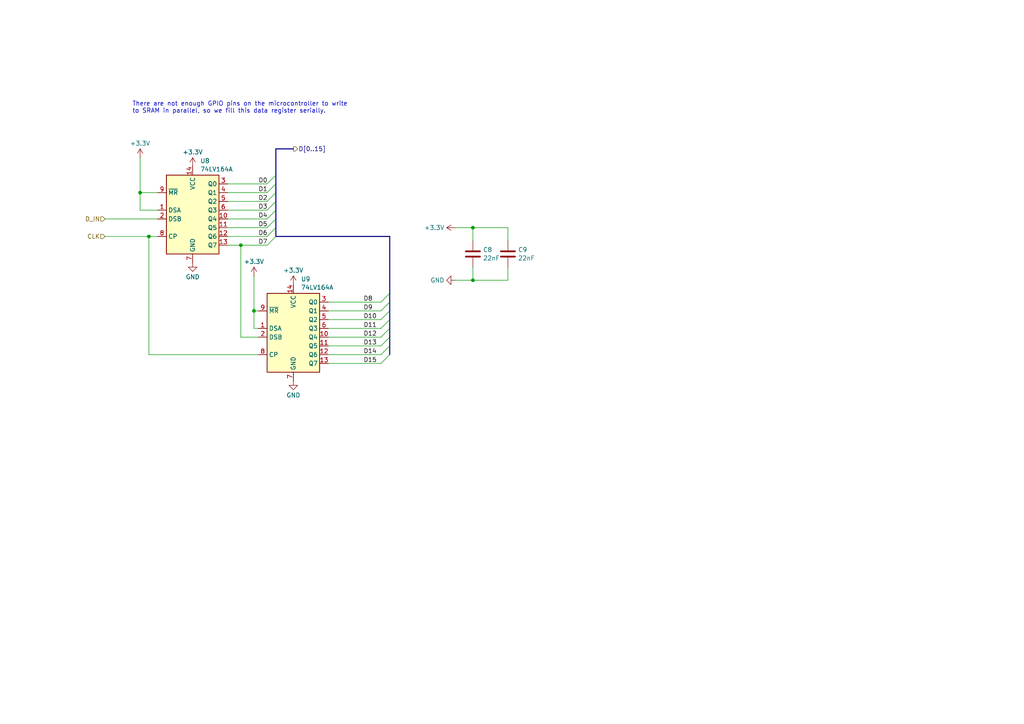
<source format=kicad_sch>
(kicad_sch (version 20250114) (generator "eeschema") (generator_version "9.0")
  (paper "A4")
  (title_block (title "Kinetoscope SRAM Data Register"))
  (lib_symbols
    (symbol "74xx:74HC164"
      (property "Reference" "U" (at 1.905 -13.97 0))
      (property "Value" "74HC164" (at 1.905 -16.51 0))
      (symbol "74HC164_0_1"
        (rectangle (start 7.62 10.16) (end -7.62 -12.7) (stroke (width 0.254)) (fill (type background)))
      )
      (symbol "74HC164_1_1"
        (pin input line (at -10.16 5.08 0) (length 2.54) (name "~{MR}") (number "9"))
        (pin input line (at -10.16 0 0) (length 2.54) (name "DSA") (number "1"))
        (pin input line (at -10.16 -2.54 0) (length 2.54) (name "DSB") (number "2"))
        (pin input line (at -10.16 -7.62 0) (length 2.54) (name "CP") (number "8"))
        (pin power_in line (at 0 12.7 270) (length 2.54) (name "VCC") (number "14"))
        (pin power_in line (at 0 -15.24 90) (length 2.54) (name "GND") (number "7"))
        (pin output line (at 10.16 7.62 180) (length 2.54) (name "Q0") (number "3"))
        (pin output line (at 10.16 5.08 180) (length 2.54) (name "Q1") (number "4"))
        (pin output line (at 10.16 2.54 180) (length 2.54) (name "Q2") (number "5"))
        (pin output line (at 10.16 0 180) (length 2.54) (name "Q3") (number "6"))
        (pin output line (at 10.16 -2.54 180) (length 2.54) (name "Q4") (number "10"))
        (pin output line (at 10.16 -5.08 180) (length 2.54) (name "Q5") (number "11"))
        (pin output line (at 10.16 -7.62 180) (length 2.54) (name "Q6") (number "12"))
        (pin output line (at 10.16 -10.16 180) (length 2.54) (name "Q7") (number "13"))
      )
    )
    (symbol "Device:C" (pin_numbers (hide yes)) (pin_names (offset 0.254))
      (property "Reference" "C" (at 0.635 2.54 0))
      (property "Value" "C" (at 0.635 -2.54 0))
      (symbol "C_0_1"
        (polyline (pts (xy -2.032 0.762) (xy 2.032 0.762)) (stroke (width 0.508)))
        (polyline (pts (xy -2.032 -0.762) (xy 2.032 -0.762)) (stroke (width 0.508)))
      )
      (symbol "C_1_1"
        (pin passive line (at 0 3.81 270) (length 2.794) (name "~") (number "1"))
        (pin passive line (at 0 -3.81 90) (length 2.794) (name "~") (number "2"))
      )
    )
    (symbol "power:+3.3V" (power) (pin_numbers (hide yes)) (pin_names (offset 0) (hide yes))
      (property "Value" "+3.3V" (at 0 3.556 0))
      (symbol "+3.3V_0_1"
        (polyline (pts (xy -0.762 1.27) (xy 0 2.54)))
        (polyline (pts (xy 0 2.54) (xy 0.762 1.27)))
        (polyline (pts (xy 0 0) (xy 0 2.54)))
      )
      (symbol "+3.3V_1_1"
        (pin power_in line (at 0 0 90) (length 0) (name "~") (number "1"))
      )
    )
    (symbol "power:GND" (power) (pin_numbers (hide yes)) (pin_names (offset 0) (hide yes))
      (property "Value" "GND" (at 0 -3.81 0))
      (symbol "GND_0_1"
        (polyline (pts (xy 0 0) (xy 0 -1.27) (xy 1.27 -1.27) (xy 0 -2.54) (xy -1.27 -1.27) (xy 0 -1.27)))
      )
      (symbol "GND_1_1"
        (pin power_in line (at 0 0 270) (length 0) (name "~") (number "1"))
      )
    )
  )
  (text "There are not enough GPIO pins on the microcontroller to write\nto SRAM in parallel, so we fill this data register serially." (at 38.354 31.242 0) (effects (font (size 1.27 1.27)) (justify left)))
  (junction (at 40.64 55.88))
  (junction (at 73.66 90.17))
  (junction (at 43.18 68.58))
  (junction (at 137.16 81.28))
  (junction (at 137.16 66.04))
  (junction (at 69.85 71.12))
  (bus_entry (at 80.01 55.88) (size -2.54 2.54))
  (bus_entry (at 80.01 50.8) (size -2.54 2.54))
  (bus_entry (at 80.01 63.5) (size -2.54 2.54))
  (bus_entry (at 113.03 87.63) (size -2.54 2.54))
  (bus_entry (at 113.03 92.71) (size -2.54 2.54))
  (bus_entry (at 80.01 58.42) (size -2.54 2.54))
  (bus_entry (at 113.03 95.25) (size -2.54 2.54))
  (bus_entry (at 80.01 68.58) (size -2.54 2.54))
  (bus_entry (at 113.03 97.79) (size -2.54 2.54))
  (bus_entry (at 80.01 53.34) (size -2.54 2.54))
  (bus_entry (at 113.03 90.17) (size -2.54 2.54))
  (bus_entry (at 80.01 60.96) (size -2.54 2.54))
  (bus_entry (at 113.03 102.87) (size -2.54 2.54))
  (bus_entry (at 113.03 85.09) (size -2.54 2.54))
  (bus_entry (at 113.03 100.33) (size -2.54 2.54))
  (bus_entry (at 80.01 66.04) (size -2.54 2.54))
  (bus (pts (xy 80.01 43.18) (xy 80.01 50.8)))
  (wire (pts (xy 95.25 102.87) (xy 110.49 102.87)))
  (wire (pts (xy 147.32 77.47) (xy 147.32 81.28)))
  (bus (pts (xy 80.01 50.8) (xy 80.01 53.34)))
  (wire (pts (xy 73.66 95.25) (xy 73.66 90.17)))
  (bus (pts (xy 80.01 55.88) (xy 80.01 58.42)))
  (wire (pts (xy 66.04 68.58) (xy 77.47 68.58)))
  (bus (pts (xy 80.01 68.58) (xy 113.03 68.58)))
  (bus (pts (xy 80.01 53.34) (xy 80.01 55.88)))
  (wire (pts (xy 74.93 95.25) (xy 73.66 95.25)))
  (wire (pts (xy 66.04 66.04) (xy 77.47 66.04)))
  (bus (pts (xy 80.01 60.96) (xy 80.01 63.5)))
  (wire (pts (xy 95.25 97.79) (xy 110.49 97.79)))
  (wire (pts (xy 40.64 60.96) (xy 45.72 60.96)))
  (wire (pts (xy 132.08 66.04) (xy 137.16 66.04)))
  (bus (pts (xy 113.03 95.25) (xy 113.03 97.79)))
  (wire (pts (xy 95.25 90.17) (xy 110.49 90.17)))
  (wire (pts (xy 73.66 90.17) (xy 74.93 90.17)))
  (wire (pts (xy 95.25 95.25) (xy 110.49 95.25)))
  (wire (pts (xy 95.25 105.41) (xy 110.49 105.41)))
  (wire (pts (xy 66.04 58.42) (xy 77.47 58.42)))
  (wire (pts (xy 66.04 71.12) (xy 69.85 71.12)))
  (wire (pts (xy 74.93 102.87) (xy 43.18 102.87)))
  (wire (pts (xy 40.64 55.88) (xy 45.72 55.88)))
  (wire (pts (xy 73.66 90.17) (xy 73.66 80.01)))
  (wire (pts (xy 43.18 68.58) (xy 45.72 68.58)))
  (wire (pts (xy 137.16 66.04) (xy 147.32 66.04)))
  (bus (pts (xy 113.03 87.63) (xy 113.03 90.17)))
  (wire (pts (xy 40.64 55.88) (xy 40.64 60.96)))
  (wire (pts (xy 30.48 68.58) (xy 43.18 68.58)))
  (bus (pts (xy 113.03 100.33) (xy 113.03 102.87)))
  (wire (pts (xy 137.16 66.04) (xy 137.16 69.85)))
  (wire (pts (xy 95.25 92.71) (xy 110.49 92.71)))
  (bus (pts (xy 113.03 68.58) (xy 113.03 85.09)))
  (bus (pts (xy 113.03 92.71) (xy 113.03 95.25)))
  (wire (pts (xy 66.04 55.88) (xy 77.47 55.88)))
  (bus (pts (xy 80.01 58.42) (xy 80.01 60.96)))
  (wire (pts (xy 95.25 87.63) (xy 110.49 87.63)))
  (bus (pts (xy 85.09 43.18) (xy 80.01 43.18)))
  (bus (pts (xy 113.03 90.17) (xy 113.03 92.71)))
  (wire (pts (xy 147.32 66.04) (xy 147.32 69.85)))
  (bus (pts (xy 113.03 85.09) (xy 113.03 87.63)))
  (wire (pts (xy 40.64 45.72) (xy 40.64 55.88)))
  (bus (pts (xy 80.01 66.04) (xy 80.01 68.58)))
  (wire (pts (xy 69.85 71.12) (xy 77.47 71.12)))
  (wire (pts (xy 74.93 97.79) (xy 69.85 97.79)))
  (wire (pts (xy 43.18 102.87) (xy 43.18 68.58)))
  (wire (pts (xy 137.16 77.47) (xy 137.16 81.28)))
  (bus (pts (xy 113.03 97.79) (xy 113.03 100.33)))
  (wire (pts (xy 95.25 100.33) (xy 110.49 100.33)))
  (wire (pts (xy 30.48 63.5) (xy 45.72 63.5)))
  (wire (pts (xy 66.04 53.34) (xy 77.47 53.34)))
  (wire (pts (xy 66.04 63.5) (xy 77.47 63.5)))
  (wire (pts (xy 69.85 71.12) (xy 69.85 97.79)))
  (bus (pts (xy 80.01 63.5) (xy 80.01 66.04)))
  (wire (pts (xy 132.08 81.28) (xy 137.16 81.28)))
  (wire (pts (xy 66.04 60.96) (xy 77.47 60.96)))
  (wire (pts (xy 137.16 81.28) (xy 147.32 81.28)))
  (label "D3" (at 74.93 60.96 0))
  (label "D0" (at 74.93 53.34 0))
  (label "D4" (at 74.93 63.5 0))
  (label "D8" (at 105.41 87.63 0))
  (label "D5" (at 74.93 66.04 0))
  (label "D6" (at 74.93 68.58 0))
  (label "D9" (at 105.41 90.17 0))
  (label "D10" (at 105.41 92.71 0))
  (label "D14" (at 105.41 102.87 0))
  (label "D15" (at 105.41 105.41 0))
  (label "D12" (at 105.41 97.79 0))
  (label "D7" (at 74.93 71.12 0))
  (label "D11" (at 105.41 95.25 0))
  (label "D1" (at 74.93 55.88 0))
  (label "D2" (at 74.93 58.42 0))
  (label "D13" (at 105.41 100.33 0))
  (hierarchical_label "D[0..15]" (shape output) (at 85.09 43.18 0))
  (hierarchical_label "D_IN" (shape input) (at 30.48 63.5 180))
  (hierarchical_label "CLK" (shape input) (at 30.48 68.58 180))
  (symbol (lib_id "Device:C") (at 147.32 73.66 0) (unit 1)
    (property "Reference" "C9" (at 150.241 72.4478 0) (effects (justify left)))
    (property "Value" "22nF" (at 150.241 74.8721 0) (effects (justify left)))
    (property "Footprint" "Capacitor_SMD:C_0603_1608Metric" (effects (hide yes)))
    (property "Datasheet" "https://www.mouser.com/datasheet/2/585/MLCC-1837944.pdf" (effects (hide yes)))
    (property "Description" "Unpolarized capacitor" (effects (hide yes)))
    (property "Mouser Part Number" "187-CL10B223KB8NNNC" (effects (hide yes)))
    (property "Part Number" "CL10B223KB8NNNC" (effects (hide yes)))
    (property "JLCPCB Part Number" "C21122" (effects (hide yes)))
  )
  (symbol (lib_id "power:+3.3V") (at 85.09 82.55 0) (unit 1)
    (property "Reference" "#PWR051" (effects (hide yes)))
    (property "Value" "+3.3V" (at 85.09 78.4169 0))
    (property "Description" "Power symbol creates a global label with name \"+3.3V\"" (effects (hide yes)))
  )
  (symbol (lib_id "power:+3.3V") (at 73.66 80.01 0) (unit 1)
    (property "Reference" "#PWR049" (effects (hide yes)))
    (property "Value" "+3.3V" (at 73.66 75.8769 0))
    (property "Description" "Power symbol creates a global label with name \"+3.3V\"" (effects (hide yes)))
  )
  (symbol (lib_id "power:+3.3V") (at 40.64 45.72 0) (unit 1)
    (property "Reference" "#PWR050" (effects (hide yes)))
    (property "Value" "+3.3V" (at 40.64 41.5869 0))
    (property "Description" "Power symbol creates a global label with name \"+3.3V\"" (effects (hide yes)))
  )
  (symbol (lib_id "power:GND") (at 132.08 81.28 270) (unit 1)
    (property "Reference" "#PWR0118" (effects (hide yes)))
    (property "Value" "GND" (at 128.9051 81.28 90) (effects (justify right)))
    (property "Description" "Power symbol creates a global label with name \"GND\" , ground" (effects (hide yes)))
  )
  (symbol (lib_id "power:+3.3V") (at 132.08 66.04 90) (unit 1)
    (property "Reference" "#PWR052" (effects (hide yes)))
    (property "Value" "+3.3V" (at 128.905 66.04 90) (effects (justify left)))
    (property "Description" "Power symbol creates a global label with name \"+3.3V\"" (effects (hide yes)))
  )
  (symbol (lib_id "Device:C") (at 137.16 73.66 0) (unit 1)
    (property "Reference" "C8" (at 140.081 72.4478 0) (effects (justify left)))
    (property "Value" "22nF" (at 140.081 74.8721 0) (effects (justify left)))
    (property "Footprint" "Capacitor_SMD:C_0603_1608Metric" (effects (hide yes)))
    (property "Datasheet" "https://www.mouser.com/datasheet/2/585/MLCC-1837944.pdf" (effects (hide yes)))
    (property "Description" "Unpolarized capacitor" (effects (hide yes)))
    (property "Mouser Part Number" "187-CL10B223KB8NNNC" (effects (hide yes)))
    (property "Part Number" "CL10B223KB8NNNC" (effects (hide yes)))
    (property "JLCPCB Part Number" "C21122" (effects (hide yes)))
  )
  (symbol (lib_id "power:GND") (at 55.88 76.2 0) (unit 1)
    (property "Reference" "#PWR053" (effects (hide yes)))
    (property "Value" "GND" (at 55.88 80.3331 0))
    (property "Description" "Power symbol creates a global label with name \"GND\" , ground" (effects (hide yes)))
  )
  (symbol (lib_id "power:+3.3V") (at 55.88 48.26 0) (unit 1)
    (property "Reference" "#PWR048" (effects (hide yes)))
    (property "Value" "+3.3V" (at 55.88 44.1269 0))
    (property "Description" "Power symbol creates a global label with name \"+3.3V\"" (effects (hide yes)))
  )
  (symbol (lib_id "power:GND") (at 85.09 110.49 0) (unit 1)
    (property "Reference" "#PWR054" (effects (hide yes)))
    (property "Value" "GND" (at 85.09 114.6231 0))
    (property "Description" "Power symbol creates a global label with name \"GND\" , ground" (effects (hide yes)))
  )
  (symbol (lib_id "74xx:74HC164") (at 55.88 60.96 0) (unit 1)
    (property "Reference" "U8" (at 58.0741 46.6555 0) (effects (justify left)))
    (property "Value" "74LV164A" (at 58.0741 49.0798 0) (effects (justify left)))
    (property "Footprint" "Package_SO:TSSOP-14_4.4x5mm_P0.65mm" (effects (hide yes)))
    (property "Datasheet" "https://www.ti.com/lit/gpn/sn74lv164a" (effects (hide yes)))
    (property "Description" "8-bit serial-in parallel-out shift register" (effects (hide yes)))
    (property "Mouser Part Number" "595-SN74LV164APWR" (effects (hide yes)))
    (property "Part Number" "SN74LV164APWR" (effects (hide yes)))
    (property "JLCPCB Part Number" "C403720" (effects (hide yes)))
  )
  (symbol (lib_id "74xx:74HC164") (at 85.09 95.25 0) (unit 1)
    (property "Reference" "U9" (at 87.2841 80.9455 0) (effects (justify left)))
    (property "Value" "74LV164A" (at 87.2841 83.3698 0) (effects (justify left)))
    (property "Footprint" "Package_SO:TSSOP-14_4.4x5mm_P0.65mm" (effects (hide yes)))
    (property "Datasheet" "https://www.ti.com/lit/gpn/sn74lv164a" (effects (hide yes)))
    (property "Description" "8-bit serial-in parallel-out shift register" (effects (hide yes)))
    (property "Mouser Part Number" "595-SN74LV164APWR" (effects (hide yes)))
    (property "Part Number" "SN74LV164APWR" (effects (hide yes)))
    (property "JLCPCB Part Number" "C403720" (effects (hide yes)))
  )
)
</source>
